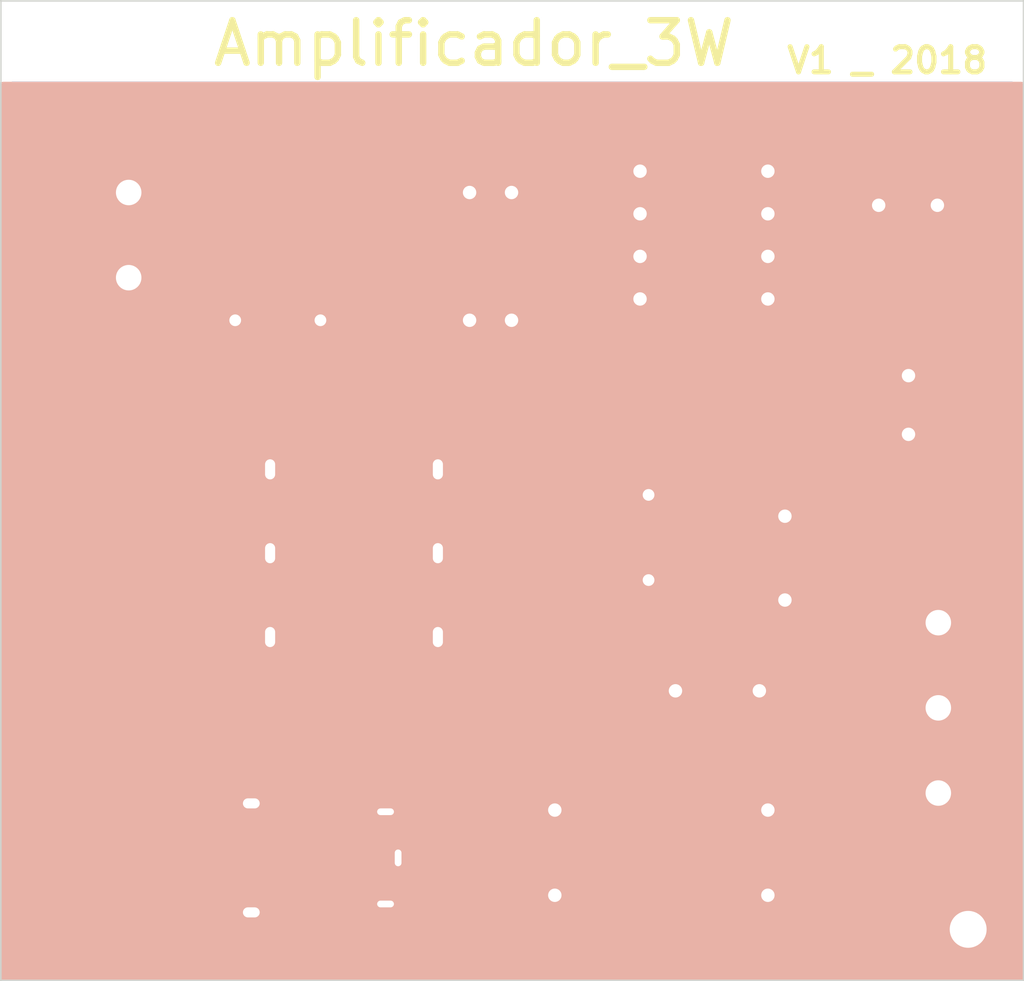
<source format=kicad_pcb>
(kicad_pcb (version 20221018) (generator pcbnew)
  (layers (0 "F.Cu" signal) (31 "B.Cu" signal) (36 "B.SilkS" user "B.Silkscreen") (37 "F.SilkS" user "F.Silkscreen") (38 "B.Mask" user) (39 "F.Mask" user) (44 "Edge.Cuts" user))
  (net 0 "")
  (net 1 "Earth")
  (net 2 "IN-L(-)")
  (net 3 "IN-R(-)")
  (net 4 "Net-(C3-Pad2)")
  (net 5 "OUT-L")
  (net 6 "OUT-R")
  (net 7 "Net-(C4-Pad2)")
  (net 8 "Net-(C5-Pad2)")
  (net 9 "Net-(C6-Pad2)")
  (net 10 "+12V")
  (net 11 "Net-(J2-PadT)")
  (net 12 "Net-(J2-PadR)")
  (net 13 "IN-L(+)")
  (net 14 "IN-R(+)")
  (footprint "Capacitors_THT:CP_Radial_D6.3mm_P2.50mm" (layer "F.Cu") (at 138.43 76.2)
    (fp_text reference "C1" (at -3.81 0) (layer "F.SilkS") (effects (font (size 2.032 2.032) (thickness 0.254))))
    (fp_text value "22uF" hide)
    (pad "1" thru_hole rect (at 0 0) (size 1.6 1.6) (drill 0.8) (layers "*.Cu" "*.Mask") (net 2 "IN-L(-)"))
    (pad "2" thru_hole circle (at 2.5 0) (size 1.6 1.6) (drill 0.8) (layers "*.Cu" "*.Mask") (net 1 "Earth"))
  )
  (footprint "Capacitors_THT:CP_Radial_D8.0mm_P3.50mm" (layer "F.Cu") (at 164.592 79.502 -90)
    (fp_text reference "C3" (at -2.794 -4.318) (layer "F.SilkS") (effects (font (size 2.032 2.032) (thickness 0.254))))
    (fp_text value "220uF" hide)
    (pad "1" thru_hole rect (at 0 0 270) (size 1.6 1.6) (drill 0.8) (layers "*.Cu" "*.Mask") (net 5 "OUT-L"))
    (pad "2" thru_hole circle (at 3.5 0 270) (size 1.6 1.6) (drill 0.8) (layers "*.Cu" "*.Mask") (net 4 "Net-(C3-Pad2)"))
  )
  (footprint "Capacitors_THT:CP_Radial_D8.0mm_P3.50mm" (layer "F.Cu") (at 162.814 69.342)
    (fp_text reference "C4" (at 6.096 -4.318) (layer "F.SilkS") (effects (font (size 2.032 2.032) (thickness 0.254))))
    (fp_text value "220uF" hide)
    (pad "1" thru_hole rect (at 0 0) (size 1.6 1.6) (drill 0.8) (layers "*.Cu" "*.Mask") (net 6 "OUT-R"))
    (pad "2" thru_hole circle (at 3.5 0) (size 1.6 1.6) (drill 0.8) (layers "*.Cu" "*.Mask") (net 7 "Net-(C4-Pad2)"))
  )
  (footprint "Capacitors_THT:C_Disc_D4.3mm_W1.9mm_P5.00mm" (layer "F.Cu") (at 157.226 87.884 -90)
    (fp_text reference "C5" (at -3.302 0.254) (layer "F.SilkS") (effects (font (size 2.032 2.032) (thickness 0.254))))
    (fp_text value "0.1uF")
    (pad "1" thru_hole circle (at 0 0 270) (size 1.6 1.6) (drill 0.8) (layers "*.Cu" "*.Mask") (net 4 "Net-(C3-Pad2)"))
    (pad "2" thru_hole circle (at 5 0 270) (size 1.6 1.6) (drill 0.8) (layers "*.Cu" "*.Mask") (net 8 "Net-(C5-Pad2)"))
  )
  (footprint "Resistors_THT:R_Axial_DIN0204_L3.6mm_D1.6mm_P5.08mm_Horizontal" (layer "F.Cu") (at 129.54 76.2 180)
    (fp_text reference "R1" (at 2.54 3.81) (layer "F.SilkS") (effects (font (size 2.032 2.032) (thickness 0.254))))
    (fp_text value "10K")
    (pad "1" thru_hole circle (at 0 0 180) (size 1.4 1.4) (drill 0.7) (layers "*.Cu" "*.Mask") (net 13 "IN-L(+)"))
    (pad "2" thru_hole oval (at 5.08 0 180) (size 1.4 1.4) (drill 0.7) (layers "*.Cu" "*.Mask") (net 1 "Earth"))
  )
  (footprint "Resistors_THT:R_Axial_DIN0204_L3.6mm_D1.6mm_P5.08mm_Horizontal" (layer "F.Cu") (at 149.098 91.694 90)
    (fp_text reference "R2" (at 8.89 0 180) (layer "F.SilkS") (effects (font (size 2.032 2.032) (thickness 0.254))))
    (fp_text value "10K")
    (pad "1" thru_hole circle (at 0 0 90) (size 1.4 1.4) (drill 0.7) (layers "*.Cu" "*.Mask") (net 14 "IN-R(+)"))
    (pad "2" thru_hole oval (at 5.08 0 90) (size 1.4 1.4) (drill 0.7) (layers "*.Cu" "*.Mask") (net 1 "Earth"))
  )
  (footprint "Resistors_THT:R_Axial_DIN0309_L9.0mm_D3.2mm_P12.70mm_Horizontal" (layer "F.Cu") (at 156.21 105.41 180)
    (fp_text reference "R3" (at 6.35 3.302 180) (layer "F.SilkS") (effects (font (size 2.032 2.032) (thickness 0.254))))
    (fp_text value "4.7")
    (pad "1" thru_hole circle (at 0 0 180) (size 1.6 1.6) (drill 0.8) (layers "*.Cu" "*.Mask") (net 8 "Net-(C5-Pad2)"))
    (pad "2" thru_hole oval (at 12.7 0 180) (size 1.6 1.6) (drill 0.8) (layers "*.Cu" "*.Mask") (net 1 "Earth"))
  )
  (footprint "AA_Librerias_KiCad_Footprints:Potenciometro_dual_10mm_P5mm" (layer "F.Cu") (at 129.54 85.09 180)
    (fp_text reference "RV1" (at 10.16 -16.51) (layer "F.SilkS") (effects (font (size 2 2) (thickness 0.254))))
    (fp_text value "20K")
    (pad "1" thru_hole oval (at 3 -10 180) (size 2 3) (drill oval 0.6 1.2) (layers "*.Cu" "*.Mask") (net 11 "Net-(J2-PadT)"))
    (pad "2" thru_hole oval (at 3 -5 180) (size 2 3) (drill oval 0.6 1.2) (layers "*.Cu" "*.Mask") (net 13 "IN-L(+)"))
    (pad "3" thru_hole oval (at 3 0 180) (size 2 3) (drill oval 0.6 1.2) (layers "*.Cu" "*.Mask") (net 1 "Earth"))
    (pad "4" thru_hole oval (at -7 -10 180) (size 2 3) (drill oval 0.6 1.2) (layers "*.Cu" "*.Mask") (net 12 "Net-(J2-PadR)"))
    (pad "5" thru_hole oval (at -7 -5 180) (size 2 3) (drill oval 0.6 1.2) (layers "*.Cu" "*.Mask") (net 14 "IN-R(+)"))
    (pad "6" thru_hole oval (at -7 0 180) (size 2 3) (drill oval 0.6 1.2) (layers "*.Cu" "*.Mask") (net 1 "Earth"))
  )
  (footprint "Housings_DIP:DIP-8_W7.62mm_Socket_LongPads" (layer "F.Cu") (at 156.21 74.93 180)
    (fp_text reference "U1" (at 1.778 10.668 180) (layer "F.SilkS") (effects (font (size 2.032 2.032) (thickness 0.254))))
    (fp_text value "TDA2822M")
    (pad "1" thru_hole rect (at 0 0 180) (size 2.4 1.6) (drill 0.8) (layers "*.Cu" "*.Mask") (net 5 "OUT-L"))
    (pad "2" thru_hole oval (at 0 2.54 180) (size 2.4 1.6) (drill 0.8) (layers "*.Cu" "*.Mask") (net 10 "+12V"))
    (pad "3" thru_hole oval (at 0 5.08 180) (size 2.4 1.6) (drill 0.8) (layers "*.Cu" "*.Mask") (net 6 "OUT-R"))
    (pad "4" thru_hole oval (at 0 7.62 180) (size 2.4 1.6) (drill 0.8) (layers "*.Cu" "*.Mask") (net 1 "Earth"))
    (pad "5" thru_hole oval (at 7.62 7.62 180) (size 2.4 1.6) (drill 0.8) (layers "*.Cu" "*.Mask") (net 3 "IN-R(-)"))
    (pad "6" thru_hole oval (at 7.62 5.08 180) (size 2.4 1.6) (drill 0.8) (layers "*.Cu" "*.Mask") (net 14 "IN-R(+)"))
    (pad "7" thru_hole oval (at 7.62 2.54 180) (size 2.4 1.6) (drill 0.8) (layers "*.Cu" "*.Mask") (net 13 "IN-L(+)"))
    (pad "8" thru_hole oval (at 7.62 0 180) (size 2.4 1.6) (drill 0.8) (layers "*.Cu" "*.Mask") (net 2 "IN-L(-)"))
  )
  (footprint "Capacitors_THT:C_Disc_D4.3mm_W1.9mm_P5.00mm" (layer "F.Cu") (at 155.702 98.298 180)
    (fp_text reference "C6" (at 2.286 2.794) (layer "F.SilkS") (effects (font (size 2.032 2.032) (thickness 0.254))))
    (fp_text value "0.1uF")
    (pad "1" thru_hole circle (at 0 0 180) (size 1.6 1.6) (drill 0.8) (layers "*.Cu" "*.Mask") (net 7 "Net-(C4-Pad2)"))
    (pad "2" thru_hole circle (at 5 0 180) (size 1.6 1.6) (drill 0.8) (layers "*.Cu" "*.Mask") (net 9 "Net-(C6-Pad2)"))
  )
  (footprint "AA_Librerias_KiCad_Footprints:PJ322" (layer "F.Cu") (at 121.92 111.76 90)
    (fp_text reference "J2" (at 3.81 -5.08 180) (layer "F.SilkS") (effects (font (size 2 2) (thickness 0.254))))
    (fp_text value "AudioJack3" hide)
    (pad "R" thru_hole rect (at 6.25 11.5 90) (size 2 2) (drill oval 0.4 1) (layers "*.Cu" "*.Mask") (net 12 "Net-(J2-PadR)"))
    (pad "S" thru_hole rect (at 0.75 11.5 90) (size 2 2) (drill oval 0.4 1) (layers "*.Cu" "*.Mask") (net 1 "Earth"))
    (pad "S" thru_hole oval (at 3.5 12.25 90) (size 1.5 1.5) (drill oval 1 0.4) (layers "*.Cu" "*.Mask") (net 1 "Earth"))
    (pad "T" thru_hole rect (at 0.25 3.5 180) (size 2 2) (drill oval 1 0.6) (layers "*.Cu" "*.Mask") (net 11 "Net-(J2-PadT)"))
    (pad "T" thru_hole rect (at 6.75 3.5 90) (size 2 2) (drill oval 0.6 1) (layers "*.Cu" "*.Mask") (net 11 "Net-(J2-PadT)"))
  )
  (footprint "Connectors_Terminal_Blocks:TerminalBlock_bornier-2_P5.08mm" (layer "F.Cu") (at 118.11 68.58 -90)
    (fp_text reference "J1" (at -4.572 4.572 180) (layer "F.SilkS") (effects (font (size 2.032 2.032) (thickness 0.254))))
    (fp_text value "12V" (at -4.572 -1.27) (layer "F.SilkS") (effects (font (size 2.032 2.032) (thickness 0.254))))
    (pad "1" thru_hole rect (at 0 0 270) (size 3 3) (drill 1.52) (layers "*.Cu" "*.Mask") (net 10 "+12V"))
    (pad "2" thru_hole circle (at 5.08 0 270) (size 3 3) (drill 1.52) (layers "*.Cu" "*.Mask") (net 1 "Earth"))
  )
  (footprint "Capacitors_THT:CP_Radial_D6.3mm_P2.50mm" (layer "F.Cu") (at 138.43 68.58)
    (fp_text reference "C2" (at -3.81 0) (layer "F.SilkS") (effects (font (size 2.032 2.032) (thickness 0.254))))
    (fp_text value "22uF" hide)
    (pad "1" thru_hole rect (at 0 0) (size 1.6 1.6) (drill 0.8) (layers "*.Cu" "*.Mask") (net 3 "IN-R(-)"))
    (pad "2" thru_hole circle (at 2.5 0) (size 1.6 1.6) (drill 0.8) (layers "*.Cu" "*.Mask") (net 1 "Earth"))
  )
  (footprint "Connectors_Terminal_Blocks:TerminalBlock_bornier-3_P5.08mm" (layer "F.Cu") (at 166.37 104.394 90)
    (fp_text reference "J3" (at 14.732 0) (layer "F.SilkS") (effects (font (size 2.032 2.032) (thickness 0.254))))
    (fp_text value "Salida_Altavoces" hide)
    (pad "1" thru_hole rect (at 0 0 90) (size 3 3) (drill 1.52) (layers "*.Cu" "*.Mask") (net 4 "Net-(C3-Pad2)"))
    (pad "2" thru_hole circle (at 5.08 0 90) (size 3 3) (drill 1.52) (layers "*.Cu" "*.Mask") (net 1 "Earth"))
    (pad "3" thru_hole circle (at 10.16 0 90) (size 3 3) (drill 1.52) (layers "*.Cu" "*.Mask") (net 7 "Net-(C4-Pad2)"))
  )
  (footprint "Resistors_THT:R_Axial_DIN0309_L9.0mm_D3.2mm_P12.70mm_Horizontal" (layer "F.Cu") (at 156.21 110.49 180)
    (fp_text reference "R4" (at 5.842 -3.302 180) (layer "F.SilkS") (effects (font (size 2.032 2.032) (thickness 0.254))))
    (fp_text value "4.7")
    (pad "1" thru_hole circle (at 0 0 180) (size 1.6 1.6) (drill 0.8) (layers "*.Cu" "*.Mask") (net 9 "Net-(C6-Pad2)"))
    (pad "2" thru_hole oval (at 12.7 0 180) (size 1.6 1.6) (drill 0.8) (layers "*.Cu" "*.Mask") (net 1 "Earth"))
  )
  (footprint "Mounting_Holes:MountingHole_2.2mm_M2" (layer "F.Cu") (at 113.03 59.69)
    (fp_text reference "REF**" hide)
    (fp_text value "MountingHole_2.2mm_M2" hide)
    (pad "" np_thru_hole circle (at 0 0) (size 2.2 2.2) (drill 2.2) (layers "*.Cu" "*.Mask"))
  )
  (footprint "Mounting_Holes:MountingHole_2.2mm_M2" (layer "F.Cu") (at 168.148 112.522)
    (fp_text reference "REF**" hide)
    (fp_text value "MountingHole_2.2mm_M2" hide)
    (pad "" np_thru_hole circle (at 0 0) (size 2.2 2.2) (drill 2.2) (layers "*.Cu" "*.Mask"))
  )
  (gr_line (start 171.45 115.57) (end 110.49 115.57) (stroke (width 0.1)) (layer "Edge.Cuts"))
  (gr_line (start 110.49 115.57) (end 110.49 57.15) (stroke (width 0.1)) (layer "Edge.Cuts"))
  (gr_line (start 110.49 57.15) (end 171.45 57.15) (stroke (width 0.1)) (layer "Edge.Cuts"))
  (gr_line (start 171.45 57.15) (end 171.45 115.57) (stroke (width 0.1)) (layer "Edge.Cuts"))
  (gr_text "-" (at 113.03 73.66) (layer "F.SilkS") (effects (font (size 2.032 2.032) (thickness 0.508))))
  (gr_text "G.Gomendio" (at 135.636 113.792) (layer "F.SilkS") (effects (font (size 1.778 2.032) (thickness 0.254))))
  (gr_text "R\n" (at 161.29 94.234) (layer "F.SilkS") (effects (font (size 2.286 2.286) (thickness 0.254))))
  (gr_text "TDA2822M" (at 140.716 102.108) (layer "F.SilkS") (effects (font (size 1.524 1.524) (thickness 0.254))))
  (gr_text "+" (at 113.03 68.58) (layer "F.SilkS") (effects (font (size 2.032 2.032) (thickness 0.508))))
  (gr_text "GND" (at 160.02 99.314) (layer "F.SilkS") (effects (font (size 2.286 1.778) (thickness 0.254))))
  (gr_text "L" (at 161.29 104.394) (layer "F.SilkS") (effects (font (size 2.286 2.286) (thickness 0.3))))
  (gr_text "V1 _ 2018" (at 163.322 60.706) (layer "F.SilkS") (effects (font (size 1.5 1.5) (thickness 0.3))))
  (gr_text "Amplificador_3W" (at 138.684 59.69) (layer "F.SilkS") (effects (font (size 2.54 2.54) (thickness 0.381))))
  (segment (start 138.811001 74.040999) (end 145.738999 74.040999) (width 0.762) (layer "B.Cu") (net 2))
  (segment (start 145.738999 74.040999) (end 146.628 74.93) (width 0.762) (layer "B.Cu") (net 2))
  (segment (start 146.628 74.93) (end 148.59 74.93) (width 0.762) (layer "B.Cu") (net 2))
  (segment (start 138.43 74.422) (end 138.811001 74.040999) (width 0.762) (layer "B.Cu") (net 2))
  (segment (start 138.43 76.2) (end 138.43 74.422) (width 0.762) (layer "B.Cu") (net 2))
  (segment (start 139.446 65.786) (end 148.082 65.786) (width 0.762) (layer "B.Cu") (net 3))
  (segment (start 148.59 66.294) (end 148.59 67.31) (width 0.762) (layer "B.Cu") (net 3))
  (segment (start 148.082 65.786) (end 148.59 66.294) (width 0.762) (layer "B.Cu") (net 3))
  (segment (start 138.43 66.802) (end 139.446 65.786) (width 0.762) (layer "B.Cu") (net 3))
  (segment (start 138.43 68.58) (end 138.43 66.802) (width 0.762) (layer "B.Cu") (net 3))
  (segment (start 162.108 83.002) (end 157.226 87.884) (width 0.762) (layer "B.Cu") (net 4))
  (segment (start 164.592 83.002) (end 162.108 83.002) (width 0.762) (layer "B.Cu") (net 4))
  (segment (start 155.300678 112.776) (end 147.828 105.303322) (width 0.762) (layer "B.Cu") (net 4))
  (segment (start 147.828 105.303322) (end 147.828 97.282) (width 0.762) (layer "B.Cu") (net 4))
  (segment (start 147.828 97.282) (end 157.226 87.884) (width 0.762) (layer "B.Cu") (net 4))
  (segment (start 160.25 112.776) (end 155.300678 112.776) (width 0.762) (layer "B.Cu") (net 4))
  (segment (start 166.37 106.656) (end 160.25 112.776) (width 0.762) (layer "B.Cu") (net 4))
  (segment (start 166.37 104.394) (end 166.37 106.656) (width 0.762) (layer "B.Cu") (net 4))
  (segment (start 161.798 74.93) (end 164.592 77.724) (width 0.762) (layer "B.Cu") (net 5))
  (segment (start 164.592 77.724) (end 164.592 79.502) (width 0.762) (layer "B.Cu") (net 5))
  (segment (start 156.21 74.93) (end 161.798 74.93) (width 0.762) (layer "B.Cu") (net 5))
  (segment (start 158.68 69.342) (end 162.814 69.342) (width 0.762) (layer "B.Cu") (net 6))
  (segment (start 156.21 69.85) (end 158.172 69.85) (width 0.762) (layer "B.Cu") (net 6))
  (segment (start 158.172 69.85) (end 158.68 69.342) (width 0.762) (layer "B.Cu") (net 6))
  (segment (start 159.766 94.234) (end 166.37 94.234) (width 0.762) (layer "B.Cu") (net 7))
  (segment (start 167.869999 92.734001) (end 166.37 94.234) (width 0.762) (layer "B.Cu") (net 7))
  (segment (start 166.314 69.342) (end 167.869999 70.897999) (width 0.762) (layer "B.Cu") (net 7))
  (segment (start 155.702 98.298) (end 159.766 94.234) (width 0.762) (layer "B.Cu") (net 7))
  (segment (start 167.869999 70.897999) (end 167.869999 92.734001) (width 0.762) (layer "B.Cu") (net 7))
  (segment (start 156.21 105.41) (end 152.861001 102.061001) (width 0.762) (layer "B.Cu") (net 8))
  (segment (start 152.861001 97.248999) (end 156.210001 93.899999) (width 0.762) (layer "B.Cu") (net 8))
  (segment (start 156.210001 93.899999) (end 157.226 92.884) (width 0.762) (layer "B.Cu") (net 8))
  (segment (start 152.861001 102.061001) (end 152.861001 97.248999) (width 0.762) (layer "B.Cu") (net 8))
  (segment (start 156.21 110.49) (end 156.21 109.05316) (width 0.762) (layer "B.Cu") (net 9))
  (segment (start 156.21 109.05316) (end 150.702 103.54516) (width 0.762) (layer "B.Cu") (net 9))
  (segment (start 150.702 99.73484) (end 150.702 98.298) (width 0.762) (layer "B.Cu") (net 9))
  (segment (start 150.702 103.54516) (end 150.702 99.73484) (width 0.762) (layer "B.Cu") (net 9))
  (segment (start 156.17199 72.42801) (end 156.21 72.39) (width 1.524) (layer "B.Cu") (net 10))
  (segment (start 120.65 68.58) (end 118.11 68.58) (width 0.762) (layer "B.Cu") (net 10))
  (segment (start 152.146 68.933831) (end 152.146 66.802) (width 0.762) (layer "B.Cu") (net 10))
  (segment (start 152.146 66.802) (end 149.352 64.008) (width 0.762) (layer "B.Cu") (net 10))
  (segment (start 149.352 64.008) (end 125.222 64.008) (width 0.762) (layer "B.Cu") (net 10))
  (segment (start 156.21 72.39) (end 155.602169 72.39) (width 0.762) (layer "B.Cu") (net 10))
  (segment (start 125.222 64.008) (end 120.65 68.58) (width 0.762) (layer "B.Cu") (net 10))
  (segment (start 155.602169 72.39) (end 152.146 68.933831) (width 0.762) (layer "B.Cu") (net 10))
  (segment (start 126.54 95.09) (end 126.54 103.89) (width 0.762) (layer "B.Cu") (net 11))
  (segment (start 126.54 103.89) (end 125.42 105.01) (width 0.762) (layer "B.Cu") (net 11))
  (segment (start 125.42 111.51) (end 125.42 105.01) (width 0.762) (layer "B.Cu") (net 11))
  (segment (start 133.42 98.71) (end 136.54 95.59) (width 0.762) (layer "B.Cu") (net 12))
  (segment (start 136.54 95.59) (end 136.54 95.09) (width 0.762) (layer "B.Cu") (net 12))
  (segment (start 133.42 105.51) (end 133.42 98.71) (width 0.762) (layer "B.Cu") (net 12))
  (segment (start 129.54 76.2) (end 123.952 81.788) (width 0.762) (layer "B.Cu") (net 13))
  (segment (start 126.54 89.59) (end 126.54 90.09) (width 0.762) (layer "B.Cu") (net 13))
  (segment (start 129.54 76.2) (end 133.35 72.39) (width 0.762) (layer "B.Cu") (net 13))
  (segment (start 123.952 81.788) (end 123.952 87.002) (width 0.762) (layer "B.Cu") (net 13))
  (segment (start 133.35 72.39) (end 148.59 72.39) (width 0.762) (layer "B.Cu") (net 13))
  (segment (start 123.952 87.002) (end 126.54 89.59) (width 0.762) (layer "B.Cu") (net 13))
  (segment (start 148.59 69.85) (end 150.114 69.85) (width 0.762) (layer "B.Cu") (net 14))
  (segment (start 150.114 69.85) (end 151.257001 70.993001) (width 0.762) (layer "B.Cu") (net 14))
  (segment (start 138.144 91.694) (end 136.54 90.09) (width 0.762) (layer "B.Cu") (net 14))
  (segment (start 151.257001 89.534999) (end 150.113999 90.678001) (width 0.762) (layer "B.Cu") (net 14))
  (segment (start 151.257001 70.993001) (end 151.257001 89.534999) (width 0.762) (layer "B.Cu") (net 14))
  (segment (start 149.098 91.694) (end 138.144 91.694) (width 0.762) (layer "B.Cu") (net 14))
  (segment (start 150.113999 90.678001) (end 149.098 91.694) (width 0.762) (layer "B.Cu") (net 14))
  (zone (net 1) (net_name "Earth") (layer "B.Cu") (connect_pads (clearance 0.508)) (min_thickness 0.254) (fill yes (thermal_gap 0.508) (thermal_bridge_width 0.508))
    (polygon (pts (xy 110.49 61.976) (xy 171.45 61.976) (xy 171.45 115.57) (xy 110.49 115.57)))
  )
  (zone (net 0) (net_name "") (layer "B.SilkS") (connect_pads (clearance 0.762)) (min_thickness 0.254) (fill yes (thermal_gap 0.508) (thermal_bridge_width 0.508))
    (polygon (pts (xy 110.49 61.976) (xy 171.45 61.976) (xy 171.45 115.57) (xy 110.49 115.57)))
  )
)
</source>
